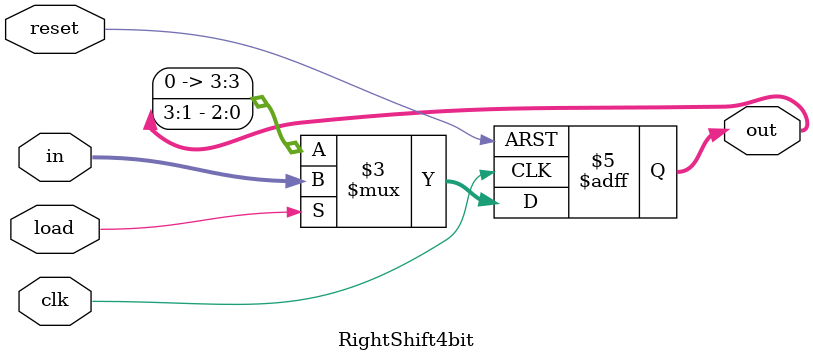
<source format=v>
`timescale 1ns/1ps

module RightShift4bit (
    input wire clk,      
    input wire reset,   
    input wire load,     
    input wire [3:0] in, 
    output reg [3:0] out 
);

always @(posedge clk or posedge reset) begin
    if (reset)
        out <= 4'b0000;   
    else if (load)
        out <= in;          
    else
        out <= {1'b0, out[3:1]};  
end

endmodule

</source>
